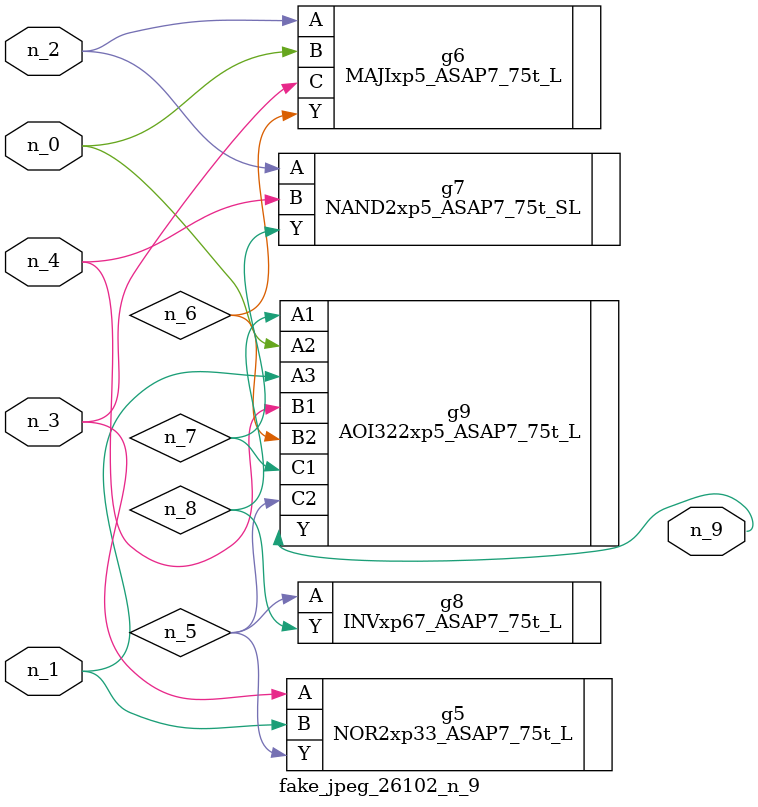
<source format=v>
module fake_jpeg_26102_n_9 (n_3, n_2, n_1, n_0, n_4, n_9);

input n_3;
input n_2;
input n_1;
input n_0;
input n_4;

output n_9;

wire n_8;
wire n_6;
wire n_5;
wire n_7;

NOR2xp33_ASAP7_75t_L g5 ( 
.A(n_3),
.B(n_1),
.Y(n_5)
);

MAJIxp5_ASAP7_75t_L g6 ( 
.A(n_2),
.B(n_0),
.C(n_3),
.Y(n_6)
);

NAND2xp5_ASAP7_75t_SL g7 ( 
.A(n_2),
.B(n_4),
.Y(n_7)
);

INVxp67_ASAP7_75t_L g8 ( 
.A(n_5),
.Y(n_8)
);

AOI322xp5_ASAP7_75t_L g9 ( 
.A1(n_8),
.A2(n_0),
.A3(n_1),
.B1(n_4),
.B2(n_6),
.C1(n_7),
.C2(n_5),
.Y(n_9)
);


endmodule
</source>
